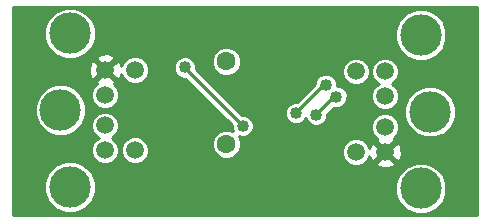
<source format=gbl>
G04 (created by PCBNEW (2013-mar-13)-testing) date Wed 12 Jun 2013 11:52:51 PM EST*
%MOIN*%
G04 Gerber Fmt 3.4, Leading zero omitted, Abs format*
%FSLAX34Y34*%
G01*
G70*
G90*
G04 APERTURE LIST*
%ADD10C,0.005906*%
%ADD11C,0.137795*%
%ADD12C,0.059055*%
%ADD13C,0.062992*%
%ADD14C,0.040000*%
%ADD15C,0.014000*%
%ADD16C,0.010000*%
G04 APERTURE END LIST*
G54D10*
G54D11*
X73014Y-47440D03*
X72700Y-50000D03*
X73014Y-52559D03*
G54D12*
X74196Y-51340D03*
X75180Y-48659D03*
X75180Y-51340D03*
X74196Y-49490D03*
X74196Y-50509D03*
X74196Y-48659D03*
G54D11*
X84710Y-52609D03*
X85025Y-50050D03*
X84710Y-47490D03*
G54D12*
X83528Y-48709D03*
X82544Y-51390D03*
X82544Y-48709D03*
X83528Y-50559D03*
X83528Y-49540D03*
X83528Y-51390D03*
G54D13*
X78227Y-51132D03*
X78227Y-48376D03*
G54D14*
X78775Y-50525D03*
X76850Y-48575D03*
X80550Y-50100D03*
X81550Y-49150D03*
X81225Y-50150D03*
X81900Y-49550D03*
X78750Y-51725D03*
X81475Y-47450D03*
G54D15*
X78775Y-50525D02*
X76850Y-48600D01*
X76850Y-48600D02*
X76850Y-48575D01*
X80550Y-50100D02*
X81500Y-49150D01*
X81500Y-49150D02*
X81550Y-49150D01*
X81225Y-50150D02*
X81825Y-49550D01*
X81825Y-49550D02*
X81900Y-49550D01*
G54D10*
G36*
X86575Y-53500D02*
X85884Y-53500D01*
X85884Y-49879D01*
X85753Y-49564D01*
X85569Y-49379D01*
X85569Y-47320D01*
X85438Y-47005D01*
X85197Y-46763D01*
X84881Y-46632D01*
X84539Y-46631D01*
X84224Y-46762D01*
X83982Y-47003D01*
X83851Y-47319D01*
X83850Y-47661D01*
X83981Y-47976D01*
X84222Y-48218D01*
X84538Y-48349D01*
X84880Y-48350D01*
X85195Y-48219D01*
X85437Y-47978D01*
X85568Y-47662D01*
X85569Y-47320D01*
X85569Y-49379D01*
X85512Y-49322D01*
X85196Y-49191D01*
X84854Y-49190D01*
X84539Y-49321D01*
X84297Y-49562D01*
X84166Y-49878D01*
X84165Y-50220D01*
X84296Y-50535D01*
X84537Y-50777D01*
X84853Y-50908D01*
X85195Y-50909D01*
X85510Y-50778D01*
X85752Y-50537D01*
X85883Y-50221D01*
X85884Y-49879D01*
X85884Y-53500D01*
X85569Y-53500D01*
X85569Y-52438D01*
X85438Y-52123D01*
X85197Y-51881D01*
X84881Y-51750D01*
X84539Y-51749D01*
X84224Y-51880D01*
X84079Y-52025D01*
X84079Y-51471D01*
X84068Y-51254D01*
X84006Y-51105D01*
X83994Y-51102D01*
X83994Y-50467D01*
X83994Y-49448D01*
X83923Y-49276D01*
X83792Y-49145D01*
X83742Y-49124D01*
X83792Y-49104D01*
X83923Y-48973D01*
X83994Y-48802D01*
X83994Y-48617D01*
X83923Y-48446D01*
X83792Y-48315D01*
X83621Y-48244D01*
X83436Y-48244D01*
X83265Y-48314D01*
X83134Y-48445D01*
X83063Y-48616D01*
X83063Y-48801D01*
X83134Y-48972D01*
X83265Y-49103D01*
X83315Y-49124D01*
X83265Y-49145D01*
X83134Y-49276D01*
X83063Y-49447D01*
X83063Y-49632D01*
X83134Y-49803D01*
X83265Y-49934D01*
X83435Y-50005D01*
X83621Y-50005D01*
X83792Y-49934D01*
X83923Y-49804D01*
X83994Y-49633D01*
X83994Y-49448D01*
X83994Y-50467D01*
X83923Y-50296D01*
X83792Y-50165D01*
X83621Y-50094D01*
X83436Y-50094D01*
X83265Y-50165D01*
X83134Y-50295D01*
X83063Y-50466D01*
X83063Y-50651D01*
X83134Y-50823D01*
X83239Y-50928D01*
X83217Y-51008D01*
X83528Y-51319D01*
X83840Y-51008D01*
X83818Y-50928D01*
X83923Y-50823D01*
X83994Y-50652D01*
X83994Y-50467D01*
X83994Y-51102D01*
X83911Y-51078D01*
X83599Y-51390D01*
X83911Y-51702D01*
X84006Y-51675D01*
X84079Y-51471D01*
X84079Y-52025D01*
X83982Y-52121D01*
X83851Y-52437D01*
X83850Y-52779D01*
X83981Y-53094D01*
X84222Y-53336D01*
X84538Y-53467D01*
X84880Y-53468D01*
X85195Y-53337D01*
X85437Y-53096D01*
X85568Y-52780D01*
X85569Y-52438D01*
X85569Y-53500D01*
X83840Y-53500D01*
X83840Y-51773D01*
X83528Y-51461D01*
X83458Y-51531D01*
X83458Y-51390D01*
X83146Y-51078D01*
X83051Y-51105D01*
X83010Y-51222D01*
X83010Y-48617D01*
X82939Y-48446D01*
X82808Y-48315D01*
X82637Y-48244D01*
X82452Y-48244D01*
X82281Y-48314D01*
X82150Y-48445D01*
X82079Y-48616D01*
X82079Y-48801D01*
X82150Y-48972D01*
X82280Y-49103D01*
X82451Y-49174D01*
X82636Y-49174D01*
X82807Y-49104D01*
X82938Y-48973D01*
X83009Y-48802D01*
X83010Y-48617D01*
X83010Y-51222D01*
X82995Y-51263D01*
X82939Y-51127D01*
X82808Y-50996D01*
X82637Y-50925D01*
X82452Y-50925D01*
X82281Y-50995D01*
X82270Y-51007D01*
X82270Y-49476D01*
X82213Y-49340D01*
X82109Y-49236D01*
X81973Y-49180D01*
X81919Y-49180D01*
X81920Y-49076D01*
X81863Y-48940D01*
X81759Y-48836D01*
X81623Y-48780D01*
X81476Y-48779D01*
X81340Y-48836D01*
X81236Y-48940D01*
X81180Y-49076D01*
X81180Y-49130D01*
X80580Y-49730D01*
X80476Y-49729D01*
X80340Y-49786D01*
X80236Y-49890D01*
X80180Y-50026D01*
X80179Y-50173D01*
X80236Y-50309D01*
X80340Y-50413D01*
X80476Y-50469D01*
X80623Y-50470D01*
X80759Y-50413D01*
X80863Y-50309D01*
X80877Y-50276D01*
X80911Y-50359D01*
X81015Y-50463D01*
X81151Y-50519D01*
X81298Y-50520D01*
X81434Y-50463D01*
X81538Y-50359D01*
X81594Y-50223D01*
X81595Y-50119D01*
X81803Y-49910D01*
X81826Y-49919D01*
X81973Y-49920D01*
X82109Y-49863D01*
X82213Y-49759D01*
X82269Y-49623D01*
X82270Y-49476D01*
X82270Y-51007D01*
X82150Y-51126D01*
X82079Y-51297D01*
X82079Y-51482D01*
X82150Y-51653D01*
X82280Y-51784D01*
X82451Y-51855D01*
X82636Y-51855D01*
X82807Y-51785D01*
X82938Y-51654D01*
X82990Y-51529D01*
X83051Y-51675D01*
X83146Y-51702D01*
X83458Y-51390D01*
X83458Y-51531D01*
X83217Y-51773D01*
X83243Y-51867D01*
X83448Y-51940D01*
X83664Y-51929D01*
X83813Y-51867D01*
X83840Y-51773D01*
X83840Y-53500D01*
X79145Y-53500D01*
X79145Y-50451D01*
X79088Y-50315D01*
X78984Y-50211D01*
X78848Y-50155D01*
X78744Y-50154D01*
X78712Y-50123D01*
X78712Y-48280D01*
X78638Y-48102D01*
X78502Y-47966D01*
X78324Y-47892D01*
X78131Y-47891D01*
X77953Y-47965D01*
X77816Y-48101D01*
X77742Y-48280D01*
X77742Y-48473D01*
X77816Y-48651D01*
X77952Y-48787D01*
X78130Y-48861D01*
X78323Y-48862D01*
X78501Y-48788D01*
X78638Y-48652D01*
X78712Y-48473D01*
X78712Y-48280D01*
X78712Y-50123D01*
X77219Y-48630D01*
X77220Y-48501D01*
X77163Y-48365D01*
X77059Y-48261D01*
X76923Y-48205D01*
X76776Y-48204D01*
X76640Y-48261D01*
X76536Y-48365D01*
X76480Y-48501D01*
X76479Y-48648D01*
X76536Y-48784D01*
X76640Y-48888D01*
X76776Y-48944D01*
X76855Y-48945D01*
X78405Y-50494D01*
X78404Y-50598D01*
X78446Y-50698D01*
X78324Y-50647D01*
X78131Y-50647D01*
X77953Y-50721D01*
X77816Y-50857D01*
X77742Y-51035D01*
X77742Y-51228D01*
X77816Y-51407D01*
X77952Y-51543D01*
X78130Y-51617D01*
X78323Y-51617D01*
X78501Y-51544D01*
X78638Y-51407D01*
X78712Y-51229D01*
X78712Y-51036D01*
X78644Y-50871D01*
X78701Y-50894D01*
X78848Y-50895D01*
X78984Y-50838D01*
X79088Y-50734D01*
X79144Y-50598D01*
X79145Y-50451D01*
X79145Y-53500D01*
X75645Y-53500D01*
X75645Y-51248D01*
X75645Y-48567D01*
X75574Y-48396D01*
X75444Y-48265D01*
X75273Y-48194D01*
X75088Y-48194D01*
X74917Y-48264D01*
X74786Y-48395D01*
X74734Y-48520D01*
X74673Y-48374D01*
X74578Y-48347D01*
X74507Y-48418D01*
X74507Y-48276D01*
X74481Y-48182D01*
X74276Y-48109D01*
X74060Y-48120D01*
X73911Y-48182D01*
X73884Y-48276D01*
X74196Y-48588D01*
X74507Y-48276D01*
X74507Y-48418D01*
X74266Y-48659D01*
X74578Y-48971D01*
X74673Y-48944D01*
X74729Y-48786D01*
X74785Y-48922D01*
X74916Y-49053D01*
X75087Y-49124D01*
X75272Y-49124D01*
X75443Y-49054D01*
X75574Y-48923D01*
X75645Y-48752D01*
X75645Y-48567D01*
X75645Y-51248D01*
X75574Y-51077D01*
X75444Y-50946D01*
X75273Y-50875D01*
X75088Y-50875D01*
X74917Y-50945D01*
X74786Y-51076D01*
X74715Y-51247D01*
X74714Y-51432D01*
X74785Y-51603D01*
X74916Y-51734D01*
X75087Y-51805D01*
X75272Y-51805D01*
X75443Y-51735D01*
X75574Y-51604D01*
X75645Y-51433D01*
X75645Y-51248D01*
X75645Y-53500D01*
X74661Y-53500D01*
X74661Y-51248D01*
X74590Y-51077D01*
X74459Y-50946D01*
X74409Y-50925D01*
X74459Y-50904D01*
X74590Y-50773D01*
X74661Y-50602D01*
X74661Y-50417D01*
X74661Y-49398D01*
X74590Y-49226D01*
X74485Y-49121D01*
X74507Y-49041D01*
X74196Y-48730D01*
X74125Y-48800D01*
X74125Y-48659D01*
X73874Y-48408D01*
X73874Y-47270D01*
X73743Y-46955D01*
X73502Y-46713D01*
X73186Y-46582D01*
X72844Y-46581D01*
X72529Y-46712D01*
X72287Y-46953D01*
X72156Y-47269D01*
X72155Y-47611D01*
X72286Y-47926D01*
X72527Y-48168D01*
X72843Y-48299D01*
X73185Y-48300D01*
X73500Y-48169D01*
X73742Y-47928D01*
X73873Y-47612D01*
X73874Y-47270D01*
X73874Y-48408D01*
X73813Y-48347D01*
X73718Y-48374D01*
X73645Y-48578D01*
X73656Y-48795D01*
X73718Y-48944D01*
X73813Y-48971D01*
X74125Y-48659D01*
X74125Y-48800D01*
X73884Y-49041D01*
X73906Y-49121D01*
X73801Y-49226D01*
X73730Y-49397D01*
X73730Y-49582D01*
X73801Y-49753D01*
X73932Y-49884D01*
X74103Y-49955D01*
X74288Y-49955D01*
X74459Y-49884D01*
X74590Y-49754D01*
X74661Y-49583D01*
X74661Y-49398D01*
X74661Y-50417D01*
X74590Y-50246D01*
X74459Y-50115D01*
X74289Y-50044D01*
X74103Y-50044D01*
X73932Y-50115D01*
X73801Y-50245D01*
X73730Y-50416D01*
X73730Y-50601D01*
X73801Y-50773D01*
X73932Y-50904D01*
X73982Y-50925D01*
X73932Y-50945D01*
X73801Y-51076D01*
X73730Y-51247D01*
X73730Y-51432D01*
X73801Y-51603D01*
X73932Y-51734D01*
X74103Y-51805D01*
X74288Y-51805D01*
X74459Y-51735D01*
X74590Y-51604D01*
X74661Y-51433D01*
X74661Y-51248D01*
X74661Y-53500D01*
X73874Y-53500D01*
X73874Y-52388D01*
X73743Y-52073D01*
X73559Y-51888D01*
X73559Y-49829D01*
X73428Y-49514D01*
X73187Y-49272D01*
X72871Y-49141D01*
X72529Y-49140D01*
X72214Y-49271D01*
X71972Y-49512D01*
X71841Y-49828D01*
X71840Y-50170D01*
X71971Y-50485D01*
X72212Y-50727D01*
X72528Y-50858D01*
X72870Y-50859D01*
X73185Y-50728D01*
X73427Y-50487D01*
X73558Y-50171D01*
X73559Y-49829D01*
X73559Y-51888D01*
X73502Y-51831D01*
X73186Y-51700D01*
X72844Y-51699D01*
X72529Y-51830D01*
X72287Y-52071D01*
X72156Y-52387D01*
X72155Y-52729D01*
X72286Y-53044D01*
X72527Y-53286D01*
X72843Y-53417D01*
X73185Y-53418D01*
X73500Y-53287D01*
X73742Y-53046D01*
X73873Y-52730D01*
X73874Y-52388D01*
X73874Y-53500D01*
X71125Y-53500D01*
X71125Y-46875D01*
X71125Y-46574D01*
X86575Y-46550D01*
X86575Y-53500D01*
X86575Y-53500D01*
G37*
G54D16*
X86575Y-53500D02*
X85884Y-53500D01*
X85884Y-49879D01*
X85753Y-49564D01*
X85569Y-49379D01*
X85569Y-47320D01*
X85438Y-47005D01*
X85197Y-46763D01*
X84881Y-46632D01*
X84539Y-46631D01*
X84224Y-46762D01*
X83982Y-47003D01*
X83851Y-47319D01*
X83850Y-47661D01*
X83981Y-47976D01*
X84222Y-48218D01*
X84538Y-48349D01*
X84880Y-48350D01*
X85195Y-48219D01*
X85437Y-47978D01*
X85568Y-47662D01*
X85569Y-47320D01*
X85569Y-49379D01*
X85512Y-49322D01*
X85196Y-49191D01*
X84854Y-49190D01*
X84539Y-49321D01*
X84297Y-49562D01*
X84166Y-49878D01*
X84165Y-50220D01*
X84296Y-50535D01*
X84537Y-50777D01*
X84853Y-50908D01*
X85195Y-50909D01*
X85510Y-50778D01*
X85752Y-50537D01*
X85883Y-50221D01*
X85884Y-49879D01*
X85884Y-53500D01*
X85569Y-53500D01*
X85569Y-52438D01*
X85438Y-52123D01*
X85197Y-51881D01*
X84881Y-51750D01*
X84539Y-51749D01*
X84224Y-51880D01*
X84079Y-52025D01*
X84079Y-51471D01*
X84068Y-51254D01*
X84006Y-51105D01*
X83994Y-51102D01*
X83994Y-50467D01*
X83994Y-49448D01*
X83923Y-49276D01*
X83792Y-49145D01*
X83742Y-49124D01*
X83792Y-49104D01*
X83923Y-48973D01*
X83994Y-48802D01*
X83994Y-48617D01*
X83923Y-48446D01*
X83792Y-48315D01*
X83621Y-48244D01*
X83436Y-48244D01*
X83265Y-48314D01*
X83134Y-48445D01*
X83063Y-48616D01*
X83063Y-48801D01*
X83134Y-48972D01*
X83265Y-49103D01*
X83315Y-49124D01*
X83265Y-49145D01*
X83134Y-49276D01*
X83063Y-49447D01*
X83063Y-49632D01*
X83134Y-49803D01*
X83265Y-49934D01*
X83435Y-50005D01*
X83621Y-50005D01*
X83792Y-49934D01*
X83923Y-49804D01*
X83994Y-49633D01*
X83994Y-49448D01*
X83994Y-50467D01*
X83923Y-50296D01*
X83792Y-50165D01*
X83621Y-50094D01*
X83436Y-50094D01*
X83265Y-50165D01*
X83134Y-50295D01*
X83063Y-50466D01*
X83063Y-50651D01*
X83134Y-50823D01*
X83239Y-50928D01*
X83217Y-51008D01*
X83528Y-51319D01*
X83840Y-51008D01*
X83818Y-50928D01*
X83923Y-50823D01*
X83994Y-50652D01*
X83994Y-50467D01*
X83994Y-51102D01*
X83911Y-51078D01*
X83599Y-51390D01*
X83911Y-51702D01*
X84006Y-51675D01*
X84079Y-51471D01*
X84079Y-52025D01*
X83982Y-52121D01*
X83851Y-52437D01*
X83850Y-52779D01*
X83981Y-53094D01*
X84222Y-53336D01*
X84538Y-53467D01*
X84880Y-53468D01*
X85195Y-53337D01*
X85437Y-53096D01*
X85568Y-52780D01*
X85569Y-52438D01*
X85569Y-53500D01*
X83840Y-53500D01*
X83840Y-51773D01*
X83528Y-51461D01*
X83458Y-51531D01*
X83458Y-51390D01*
X83146Y-51078D01*
X83051Y-51105D01*
X83010Y-51222D01*
X83010Y-48617D01*
X82939Y-48446D01*
X82808Y-48315D01*
X82637Y-48244D01*
X82452Y-48244D01*
X82281Y-48314D01*
X82150Y-48445D01*
X82079Y-48616D01*
X82079Y-48801D01*
X82150Y-48972D01*
X82280Y-49103D01*
X82451Y-49174D01*
X82636Y-49174D01*
X82807Y-49104D01*
X82938Y-48973D01*
X83009Y-48802D01*
X83010Y-48617D01*
X83010Y-51222D01*
X82995Y-51263D01*
X82939Y-51127D01*
X82808Y-50996D01*
X82637Y-50925D01*
X82452Y-50925D01*
X82281Y-50995D01*
X82270Y-51007D01*
X82270Y-49476D01*
X82213Y-49340D01*
X82109Y-49236D01*
X81973Y-49180D01*
X81919Y-49180D01*
X81920Y-49076D01*
X81863Y-48940D01*
X81759Y-48836D01*
X81623Y-48780D01*
X81476Y-48779D01*
X81340Y-48836D01*
X81236Y-48940D01*
X81180Y-49076D01*
X81180Y-49130D01*
X80580Y-49730D01*
X80476Y-49729D01*
X80340Y-49786D01*
X80236Y-49890D01*
X80180Y-50026D01*
X80179Y-50173D01*
X80236Y-50309D01*
X80340Y-50413D01*
X80476Y-50469D01*
X80623Y-50470D01*
X80759Y-50413D01*
X80863Y-50309D01*
X80877Y-50276D01*
X80911Y-50359D01*
X81015Y-50463D01*
X81151Y-50519D01*
X81298Y-50520D01*
X81434Y-50463D01*
X81538Y-50359D01*
X81594Y-50223D01*
X81595Y-50119D01*
X81803Y-49910D01*
X81826Y-49919D01*
X81973Y-49920D01*
X82109Y-49863D01*
X82213Y-49759D01*
X82269Y-49623D01*
X82270Y-49476D01*
X82270Y-51007D01*
X82150Y-51126D01*
X82079Y-51297D01*
X82079Y-51482D01*
X82150Y-51653D01*
X82280Y-51784D01*
X82451Y-51855D01*
X82636Y-51855D01*
X82807Y-51785D01*
X82938Y-51654D01*
X82990Y-51529D01*
X83051Y-51675D01*
X83146Y-51702D01*
X83458Y-51390D01*
X83458Y-51531D01*
X83217Y-51773D01*
X83243Y-51867D01*
X83448Y-51940D01*
X83664Y-51929D01*
X83813Y-51867D01*
X83840Y-51773D01*
X83840Y-53500D01*
X79145Y-53500D01*
X79145Y-50451D01*
X79088Y-50315D01*
X78984Y-50211D01*
X78848Y-50155D01*
X78744Y-50154D01*
X78712Y-50123D01*
X78712Y-48280D01*
X78638Y-48102D01*
X78502Y-47966D01*
X78324Y-47892D01*
X78131Y-47891D01*
X77953Y-47965D01*
X77816Y-48101D01*
X77742Y-48280D01*
X77742Y-48473D01*
X77816Y-48651D01*
X77952Y-48787D01*
X78130Y-48861D01*
X78323Y-48862D01*
X78501Y-48788D01*
X78638Y-48652D01*
X78712Y-48473D01*
X78712Y-48280D01*
X78712Y-50123D01*
X77219Y-48630D01*
X77220Y-48501D01*
X77163Y-48365D01*
X77059Y-48261D01*
X76923Y-48205D01*
X76776Y-48204D01*
X76640Y-48261D01*
X76536Y-48365D01*
X76480Y-48501D01*
X76479Y-48648D01*
X76536Y-48784D01*
X76640Y-48888D01*
X76776Y-48944D01*
X76855Y-48945D01*
X78405Y-50494D01*
X78404Y-50598D01*
X78446Y-50698D01*
X78324Y-50647D01*
X78131Y-50647D01*
X77953Y-50721D01*
X77816Y-50857D01*
X77742Y-51035D01*
X77742Y-51228D01*
X77816Y-51407D01*
X77952Y-51543D01*
X78130Y-51617D01*
X78323Y-51617D01*
X78501Y-51544D01*
X78638Y-51407D01*
X78712Y-51229D01*
X78712Y-51036D01*
X78644Y-50871D01*
X78701Y-50894D01*
X78848Y-50895D01*
X78984Y-50838D01*
X79088Y-50734D01*
X79144Y-50598D01*
X79145Y-50451D01*
X79145Y-53500D01*
X75645Y-53500D01*
X75645Y-51248D01*
X75645Y-48567D01*
X75574Y-48396D01*
X75444Y-48265D01*
X75273Y-48194D01*
X75088Y-48194D01*
X74917Y-48264D01*
X74786Y-48395D01*
X74734Y-48520D01*
X74673Y-48374D01*
X74578Y-48347D01*
X74507Y-48418D01*
X74507Y-48276D01*
X74481Y-48182D01*
X74276Y-48109D01*
X74060Y-48120D01*
X73911Y-48182D01*
X73884Y-48276D01*
X74196Y-48588D01*
X74507Y-48276D01*
X74507Y-48418D01*
X74266Y-48659D01*
X74578Y-48971D01*
X74673Y-48944D01*
X74729Y-48786D01*
X74785Y-48922D01*
X74916Y-49053D01*
X75087Y-49124D01*
X75272Y-49124D01*
X75443Y-49054D01*
X75574Y-48923D01*
X75645Y-48752D01*
X75645Y-48567D01*
X75645Y-51248D01*
X75574Y-51077D01*
X75444Y-50946D01*
X75273Y-50875D01*
X75088Y-50875D01*
X74917Y-50945D01*
X74786Y-51076D01*
X74715Y-51247D01*
X74714Y-51432D01*
X74785Y-51603D01*
X74916Y-51734D01*
X75087Y-51805D01*
X75272Y-51805D01*
X75443Y-51735D01*
X75574Y-51604D01*
X75645Y-51433D01*
X75645Y-51248D01*
X75645Y-53500D01*
X74661Y-53500D01*
X74661Y-51248D01*
X74590Y-51077D01*
X74459Y-50946D01*
X74409Y-50925D01*
X74459Y-50904D01*
X74590Y-50773D01*
X74661Y-50602D01*
X74661Y-50417D01*
X74661Y-49398D01*
X74590Y-49226D01*
X74485Y-49121D01*
X74507Y-49041D01*
X74196Y-48730D01*
X74125Y-48800D01*
X74125Y-48659D01*
X73874Y-48408D01*
X73874Y-47270D01*
X73743Y-46955D01*
X73502Y-46713D01*
X73186Y-46582D01*
X72844Y-46581D01*
X72529Y-46712D01*
X72287Y-46953D01*
X72156Y-47269D01*
X72155Y-47611D01*
X72286Y-47926D01*
X72527Y-48168D01*
X72843Y-48299D01*
X73185Y-48300D01*
X73500Y-48169D01*
X73742Y-47928D01*
X73873Y-47612D01*
X73874Y-47270D01*
X73874Y-48408D01*
X73813Y-48347D01*
X73718Y-48374D01*
X73645Y-48578D01*
X73656Y-48795D01*
X73718Y-48944D01*
X73813Y-48971D01*
X74125Y-48659D01*
X74125Y-48800D01*
X73884Y-49041D01*
X73906Y-49121D01*
X73801Y-49226D01*
X73730Y-49397D01*
X73730Y-49582D01*
X73801Y-49753D01*
X73932Y-49884D01*
X74103Y-49955D01*
X74288Y-49955D01*
X74459Y-49884D01*
X74590Y-49754D01*
X74661Y-49583D01*
X74661Y-49398D01*
X74661Y-50417D01*
X74590Y-50246D01*
X74459Y-50115D01*
X74289Y-50044D01*
X74103Y-50044D01*
X73932Y-50115D01*
X73801Y-50245D01*
X73730Y-50416D01*
X73730Y-50601D01*
X73801Y-50773D01*
X73932Y-50904D01*
X73982Y-50925D01*
X73932Y-50945D01*
X73801Y-51076D01*
X73730Y-51247D01*
X73730Y-51432D01*
X73801Y-51603D01*
X73932Y-51734D01*
X74103Y-51805D01*
X74288Y-51805D01*
X74459Y-51735D01*
X74590Y-51604D01*
X74661Y-51433D01*
X74661Y-51248D01*
X74661Y-53500D01*
X73874Y-53500D01*
X73874Y-52388D01*
X73743Y-52073D01*
X73559Y-51888D01*
X73559Y-49829D01*
X73428Y-49514D01*
X73187Y-49272D01*
X72871Y-49141D01*
X72529Y-49140D01*
X72214Y-49271D01*
X71972Y-49512D01*
X71841Y-49828D01*
X71840Y-50170D01*
X71971Y-50485D01*
X72212Y-50727D01*
X72528Y-50858D01*
X72870Y-50859D01*
X73185Y-50728D01*
X73427Y-50487D01*
X73558Y-50171D01*
X73559Y-49829D01*
X73559Y-51888D01*
X73502Y-51831D01*
X73186Y-51700D01*
X72844Y-51699D01*
X72529Y-51830D01*
X72287Y-52071D01*
X72156Y-52387D01*
X72155Y-52729D01*
X72286Y-53044D01*
X72527Y-53286D01*
X72843Y-53417D01*
X73185Y-53418D01*
X73500Y-53287D01*
X73742Y-53046D01*
X73873Y-52730D01*
X73874Y-52388D01*
X73874Y-53500D01*
X71125Y-53500D01*
X71125Y-46875D01*
X71125Y-46574D01*
X86575Y-46550D01*
X86575Y-53500D01*
M02*

</source>
